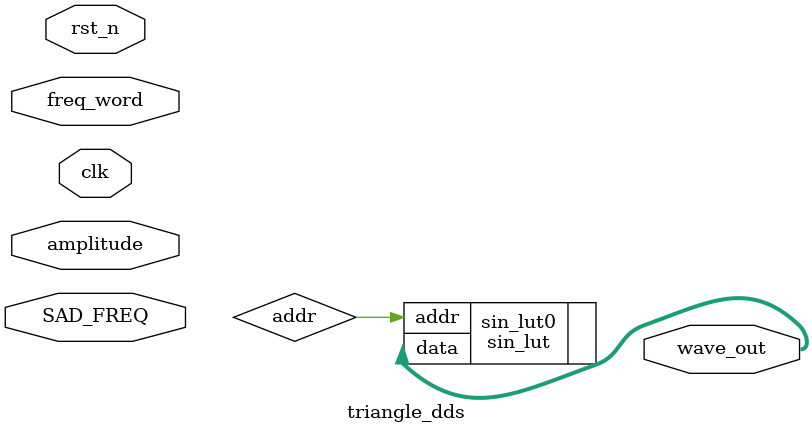
<source format=v>


//     output reg  [DT_W-1:0]     wave_out     // 0 ~ amplitude
// );

// // wire [31:0] SAD_FREQ = (CLK_FREQ>>2) / (amplitude-128);

// // wire [7:0] wave_info [0 : 511]; 
// //归一化频率
// //50M/512,即每个周期中，三角波的数值都会加一。
// // localparam SAD_FREQ = 196850;       
// /*-------- 相位累加器 --------*/

// localparam RAISE = 0;
// localparam FALL = 1;

// reg [PH_W-1:0] phase;

// reg sign_status;

// wire [PH_W-2:0] addr = phase / SAD_FREQ;


// reg [10 : 0] step;
// reg [31:0]pharse_ini_step0;
// reg [31:0]pharse_ini_step1;
// reg [31:0]pharse_ini_step2;
// always @(posedge clk ) begin
//     if (!rst_n) begin
//         step <= 0;
//     end
//     else begin
//         step <= freq_word / SAD_FREQ;
//         pharse_ini_step0 <= SAD_FREQ * amplitude;
//         pharse_ini_step1 <= pharse_ini_step0 / freq_word;
//         pharse_ini_step2 <= pharse_ini_step1 * freq_word;
//     end 
// end


// always @(posedge clk ) begin
//     if (!rst_n) begin
//         sign_status <= 0;
//     end
//     else begin
//         case (sign_status)
//             RAISE : if(addr >= amplitude - step) begin sign_status <= FALL; end
//             FALL  : if(addr <= 256 - amplitude + step) begin sign_status <= RAISE; end
//             default : sign_status <= FALL;
//         endcase
//     end 
// end



// always @(posedge clk)
//     // if (!rst_n) phase <= 0;
//     if (!rst_n) phase <= pharse_ini_step2;
//     else        phase <= sign_status== RAISE ? phase + freq_word : phase - freq_word;


// /*-------- 幅度缩放 --------*/
// // wire [DT_W-1:0] ramp_clip = ramp[PH_W-2:0] >255 ? 255 : ramp[DT_W -1:0]; // 高 DT_W 位
// // wire [DT_W-1:0] ramp_clip_270 = ramp_270[PH_W-2:0] >255 ? 255 : ramp_270[DT_W -1:0]; // 高 DT_W 位
// // wire [2*DT_W -1 :0]   prod = ramp_clip * (amplitude+1);
// // wire [2*DT_W -1 :0]   prod_270 = ramp_clip_270 * (amplitude+1);
// // wire [DT_W-1:0] abs_val = prod[2*DT_W -1 :DT_W];   
// // wire [DT_W-1:0] abs_val_270 = prod_270[2*DT_W -1 :DT_W];   
// wire [DT_W-1:0] abs_val = addr;   

// always @(posedge clk)
//     if (!rst_n) wave_out <= 0;
//     else        wave_out <= abs_val;   // 无符号，0 ~ amplitude

// endmodule



module triangle_dds #(
    parameter CLK_FREQ = 32'd50_000_000,
    // parameter SAD_FREQ = 196850,
    parameter PH_W = 32,
    parameter DT_W = 8
)(
    input  wire                clk,
    input  wire                rst_n,

    input  wire [PH_W-1:0]     freq_word,
    input  wire [DT_W-1:0]     amplitude,  // 峰值（正数）
    input  wire [31:0]         SAD_FREQ,

    output [DT_W-1:0]     wave_out     // 0 ~ amplitude
);



sin_lut sin_lut0(
    .addr(addr),
    .data(wave_out)
);

endmodule
</source>
